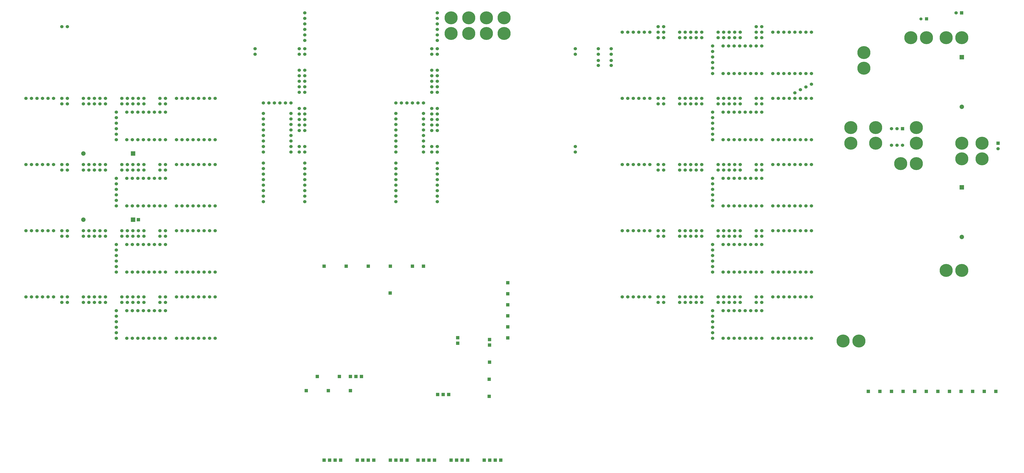
<source format=gbr>
G04 start of page 6 for group 4 idx 15 *
G04 Title: (unknown), exclude2 *
G04 Creator: pcb 4.2.0 *
G04 CreationDate: Thu Sep 17 11:09:15 2020 UTC *
G04 For: commonadmin *
G04 Format: Gerber/RS-274X *
G04 PCB-Dimensions (mil): 18000.00 11000.00 *
G04 PCB-Coordinate-Origin: lower left *
%MOIN*%
%FSLAX25Y25*%
%LNGROUP4*%
%ADD61C,0.0280*%
%ADD60C,0.0300*%
%ADD59C,0.0500*%
%ADD58C,0.1870*%
%ADD57C,0.0350*%
%ADD56C,0.0380*%
%ADD55C,0.0800*%
%ADD54C,0.0550*%
%ADD53C,0.0001*%
%ADD52C,0.2362*%
%ADD51C,0.0600*%
G54D51*X1367500Y975000D03*
X1377500D03*
X1387500D03*
X1397500D03*
X1407500D03*
X1417500D03*
X1427500D03*
X1437500D03*
G54D52*X1532500Y1012846D03*
Y984500D03*
G54D53*G36*
X1706000Y1008500D02*Y1000500D01*
X1714000D01*
Y1008500D01*
X1706000D01*
G37*
G54D51*X1367500Y1050000D03*
X1347500D03*
Y1040000D03*
X1377500Y1050000D03*
X1387500D03*
X1397500D03*
X1407500D03*
X1417500D03*
X1427500D03*
X1437500D03*
X1337500Y1040000D03*
Y1050000D03*
X1308500D03*
Y1040000D03*
G54D52*X1646000D03*
X1617654D03*
G54D51*X1219000D03*
X1209000Y1050000D03*
X1199000D03*
X1209000Y1040000D03*
X1199000D03*
X1170000D03*
X1160000D03*
X1170000Y1050000D03*
X1160000D03*
X1145000D03*
X1135000D03*
X1125000D03*
X1115000D03*
X1105000D03*
X1095000D03*
G54D52*X1709846Y1040000D03*
X1681500D03*
G54D53*G36*
X1706500Y1088000D02*Y1082000D01*
X1712500D01*
Y1088000D01*
X1706500D01*
G37*
G54D51*X1699500Y1085000D03*
G54D53*G36*
X1643250Y1076750D02*Y1071250D01*
X1648750D01*
Y1076750D01*
X1643250D01*
G37*
G54D54*X1636000Y1074000D03*
G54D51*X1277500Y975000D03*
X1287500D03*
X1297500D03*
X1307500D03*
X1317500D03*
X1327500D03*
X1337500D03*
X1347500D03*
X1258500D03*
Y985000D03*
Y995000D03*
Y1005000D03*
Y1015000D03*
Y1025000D03*
X1277500D03*
X1287500D03*
X1297500D03*
X1307500D03*
X1317500D03*
X1327500D03*
X1337500D03*
X1347500D03*
X1298500Y1050000D03*
X1288500D03*
X1278500D03*
X1268500D03*
X1298500Y1040000D03*
X1288500D03*
X1278500D03*
X1268500D03*
X1239000D03*
X1229000D03*
X1239000Y1050000D03*
X1229000D03*
X1219000D03*
X287500Y495000D03*
X297500D03*
X307500D03*
X317500D03*
X327500D03*
X337500D03*
X347500D03*
X357500D03*
X197500D03*
X207500D03*
X217500D03*
X227500D03*
X237500D03*
X247500D03*
X257500D03*
X267500D03*
X178500D03*
Y505000D03*
Y515000D03*
Y525000D03*
Y535000D03*
Y545000D03*
X197500D03*
X207500D03*
X217500D03*
X227500D03*
X237500D03*
X247500D03*
X257500D03*
X267500D03*
X287500Y570000D03*
X267500D03*
Y560000D03*
X297500Y570000D03*
X307500D03*
X317500D03*
X327500D03*
X337500D03*
X347500D03*
X357500D03*
X257500Y560000D03*
Y570000D03*
X228500D03*
Y560000D03*
G54D53*G36*
X592000Y628500D02*Y622500D01*
X598000D01*
Y628500D01*
X592000D01*
G37*
G36*
X552000D02*Y622500D01*
X558000D01*
Y628500D01*
X552000D01*
G37*
G54D51*X218500Y570000D03*
X208500D03*
X198500D03*
X188500D03*
X218500Y560000D03*
X208500D03*
X198500D03*
X188500D03*
X159000D03*
X149000D03*
X159000Y570000D03*
X149000D03*
X139000D03*
Y560000D03*
X129000Y570000D03*
X119000D03*
X129000Y560000D03*
X119000D03*
X90000D03*
X80000D03*
X90000Y570000D03*
X80000D03*
X65000D03*
X55000D03*
X45000D03*
X35000D03*
X25000D03*
X15000D03*
X197500Y615000D03*
X207500D03*
X217500D03*
X227500D03*
X237500D03*
X247500D03*
X257500D03*
X267500D03*
X178500D03*
Y625000D03*
Y635000D03*
Y645000D03*
Y655000D03*
Y665000D03*
X197500D03*
X207500D03*
X217500D03*
X227500D03*
X237500D03*
X247500D03*
X257500D03*
X267500D03*
X218500Y690000D03*
Y680000D03*
X208500D03*
X198500D03*
X188500D03*
X208500Y690000D03*
X198500D03*
X188500D03*
X159000D03*
X149000D03*
X139000D03*
G54D55*X119000Y710000D03*
G54D53*G36*
X215500Y713000D02*Y707000D01*
X221500D01*
Y713000D01*
X215500D01*
G37*
G54D51*X159000Y680000D03*
X149000D03*
X139000D03*
X129000Y690000D03*
X119000D03*
X129000Y680000D03*
X119000D03*
X90000D03*
X80000D03*
X90000Y690000D03*
X80000D03*
X65000D03*
X55000D03*
X45000D03*
X35000D03*
X25000D03*
X15000D03*
X287500Y855000D03*
Y930000D03*
X297500D03*
X307500D03*
X317500D03*
X327500D03*
X337500D03*
X347500D03*
X357500D03*
X297500Y855000D03*
X307500D03*
X317500D03*
X327500D03*
X337500D03*
X347500D03*
X357500D03*
X317500Y810000D03*
X327500D03*
X337500D03*
X347500D03*
X357500D03*
X287500D03*
X297500D03*
X307500D03*
X228500D03*
X218500D03*
X208500D03*
X267500D03*
Y800000D03*
X257500D03*
Y810000D03*
X228500Y800000D03*
X218500D03*
X208500D03*
G54D53*G36*
X205000Y834000D02*Y826000D01*
X213000D01*
Y834000D01*
X205000D01*
G37*
G54D51*X198500Y810000D03*
Y800000D03*
X188500D03*
Y810000D03*
X159000D03*
X149000D03*
X139000D03*
X129000D03*
X119000D03*
X159000Y800000D03*
X149000D03*
X139000D03*
X129000D03*
X119000D03*
X197500Y855000D03*
X207500D03*
X217500D03*
X227500D03*
X237500D03*
X247500D03*
X257500D03*
X267500D03*
X178500D03*
Y865000D03*
Y875000D03*
Y885000D03*
Y895000D03*
Y905000D03*
X197500D03*
X207500D03*
X217500D03*
X227500D03*
X237500D03*
X247500D03*
X257500D03*
X267500D03*
Y930000D03*
Y920000D03*
X257500D03*
Y930000D03*
X228500D03*
Y920000D03*
X218500Y930000D03*
Y920000D03*
X208500Y930000D03*
Y920000D03*
X198500Y930000D03*
X188500D03*
X198500Y920000D03*
X188500D03*
X159000D03*
X149000D03*
X139000D03*
X129000D03*
X159000Y930000D03*
X149000D03*
X139000D03*
X129000D03*
X119000D03*
Y920000D03*
X90000Y930000D03*
X80000D03*
X65000D03*
X90000Y920000D03*
X80000D03*
X55000Y930000D03*
X45000D03*
X35000D03*
X25000D03*
X15000D03*
X317500Y615000D03*
X327500D03*
X337500D03*
X347500D03*
X287500D03*
X297500D03*
X307500D03*
X357500D03*
X307500Y690000D03*
X317500D03*
X327500D03*
X337500D03*
X347500D03*
X357500D03*
X287500D03*
X267500D03*
Y680000D03*
X297500Y690000D03*
X287500Y735000D03*
X297500D03*
X307500D03*
X317500D03*
X327500D03*
X337500D03*
X347500D03*
X357500D03*
X267500D03*
X257500Y680000D03*
Y690000D03*
X228500D03*
Y680000D03*
X257500Y735000D03*
G54D53*G36*
X205000Y714000D02*Y706000D01*
X213000D01*
Y714000D01*
X205000D01*
G37*
G54D51*X197500Y735000D03*
X207500D03*
X217500D03*
X227500D03*
X237500D03*
X247500D03*
X178500D03*
Y745000D03*
Y755000D03*
Y765000D03*
Y775000D03*
Y785000D03*
X197500D03*
X207500D03*
X217500D03*
X227500D03*
X237500D03*
X247500D03*
X257500D03*
X267500D03*
X90000Y810000D03*
X80000D03*
X65000D03*
X90000Y800000D03*
X80000D03*
X55000Y810000D03*
X45000D03*
X35000D03*
X25000D03*
X15000D03*
G54D55*X119000Y830000D03*
G54D51*X445000Y812500D03*
X520000D03*
X445000Y802500D03*
Y792500D03*
Y782500D03*
Y772500D03*
Y762500D03*
Y752500D03*
Y742500D03*
X520000Y802500D03*
Y792500D03*
Y782500D03*
Y772500D03*
Y762500D03*
Y752500D03*
Y742500D03*
Y832500D03*
X510000D03*
Y842500D03*
X520000D03*
X445000Y902500D03*
Y921500D03*
X455000D03*
X445000Y892500D03*
X465000Y921500D03*
X475000D03*
X485000D03*
X495000D03*
Y902500D03*
X445000Y882500D03*
Y872500D03*
Y862500D03*
Y852500D03*
Y842500D03*
Y832500D03*
X495000Y862500D03*
Y852500D03*
Y842500D03*
Y832500D03*
Y892500D03*
Y882500D03*
Y872500D03*
X520000Y871500D03*
X510000D03*
Y881500D03*
Y891500D03*
Y901500D03*
X520000Y881500D03*
Y891500D03*
Y901500D03*
Y911500D03*
Y941000D03*
Y951000D03*
X510000Y911500D03*
Y941000D03*
Y951000D03*
X520000Y961000D03*
Y971000D03*
Y981000D03*
Y1010000D03*
X510000Y961000D03*
Y971000D03*
Y981000D03*
Y1010000D03*
Y1020000D03*
X520000D03*
Y1035000D03*
Y1045000D03*
Y1055000D03*
Y1065000D03*
Y1075000D03*
Y1085000D03*
X1367500Y735000D03*
Y810000D03*
X1377500D03*
X1387500D03*
X1397500D03*
X1407500D03*
X1417500D03*
X1427500D03*
X1437500D03*
X1377500Y735000D03*
X1387500D03*
X1397500D03*
X1407500D03*
X1417500D03*
X1427500D03*
X1437500D03*
X1397500Y690000D03*
X1407500D03*
X1417500D03*
X1427500D03*
X1437500D03*
X1367500Y495000D03*
X1377500D03*
X1387500D03*
X1397500D03*
X1407500D03*
X1417500D03*
X1427500D03*
X1437500D03*
X1367500Y570000D03*
X1377500D03*
X1387500D03*
X1397500D03*
X1407500D03*
X1417500D03*
X1427500D03*
X1437500D03*
G54D52*X1495000Y490000D03*
X1523346D03*
G54D53*G36*
X1537500Y401500D02*Y395500D01*
X1543500D01*
Y401500D01*
X1537500D01*
G37*
G36*
X1558500D02*Y395500D01*
X1564500D01*
Y401500D01*
X1558500D01*
G37*
G36*
X1579500D02*Y395500D01*
X1585500D01*
Y401500D01*
X1579500D01*
G37*
G36*
X1600500D02*Y395500D01*
X1606500D01*
Y401500D01*
X1600500D01*
G37*
G36*
X1621500D02*Y395500D01*
X1627500D01*
Y401500D01*
X1621500D01*
G37*
G36*
X1642500D02*Y395500D01*
X1648500D01*
Y401500D01*
X1642500D01*
G37*
G36*
X1663500D02*Y395500D01*
X1669500D01*
Y401500D01*
X1663500D01*
G37*
G36*
X1684500D02*Y395500D01*
X1690500D01*
Y401500D01*
X1684500D01*
G37*
G36*
X1705500D02*Y395500D01*
X1711500D01*
Y401500D01*
X1705500D01*
G37*
G36*
X1726500D02*Y395500D01*
X1732500D01*
Y401500D01*
X1726500D01*
G37*
G36*
X1747500D02*Y395500D01*
X1753500D01*
Y401500D01*
X1747500D01*
G37*
G36*
X1768500D02*Y395500D01*
X1774500D01*
Y401500D01*
X1768500D01*
G37*
G54D51*X1278500Y810000D03*
X1268500D03*
X1278500Y800000D03*
X1268500D03*
X1239000D03*
X1229000D03*
X1219000D03*
X1209000D03*
X1239000Y810000D03*
X1229000D03*
X1219000D03*
X1209000D03*
X1199000D03*
Y800000D03*
X1170000Y810000D03*
X1160000D03*
X1145000D03*
X1170000Y800000D03*
X1160000D03*
X1135000Y810000D03*
X1125000D03*
X1115000D03*
X1105000D03*
X1095000D03*
X1367500Y615000D03*
X1377500D03*
X1387500D03*
X1397500D03*
X1407500D03*
X1417500D03*
X1427500D03*
X1437500D03*
X1297500D03*
X1307500D03*
X1317500D03*
X1327500D03*
X1337500D03*
X1347500D03*
X1277500D03*
X1258500D03*
Y625000D03*
Y635000D03*
Y645000D03*
Y655000D03*
Y665000D03*
X1287500D03*
X1297500D03*
X1307500D03*
X1317500D03*
X1327500D03*
X1337500D03*
X1347500D03*
X1287500Y615000D03*
X1277500Y735000D03*
X1287500D03*
X1297500D03*
X1307500D03*
X1317500D03*
X1327500D03*
X1337500D03*
X1347500D03*
X1258500D03*
Y745000D03*
Y755000D03*
Y765000D03*
Y775000D03*
Y785000D03*
X1277500D03*
X1287500D03*
X1297500D03*
X1307500D03*
X1317500D03*
X1327500D03*
X1337500D03*
X1347500D03*
Y810000D03*
Y800000D03*
X1337500D03*
Y810000D03*
X1308500D03*
Y800000D03*
X1298500Y810000D03*
Y800000D03*
X1288500Y810000D03*
Y800000D03*
X1367500Y690000D03*
X1377500D03*
X1387500D03*
X1308500D03*
X1298500D03*
X1288500D03*
X1347500D03*
Y680000D03*
X1337500D03*
Y690000D03*
X1308500Y680000D03*
X1298500D03*
X1288500D03*
X1278500Y690000D03*
Y680000D03*
X1268500D03*
Y690000D03*
X1239000D03*
X1229000D03*
X1219000D03*
X1209000D03*
X1199000D03*
X1239000Y680000D03*
X1229000D03*
X1219000D03*
X1209000D03*
X1199000D03*
X1170000Y690000D03*
X1160000D03*
X1145000D03*
X1170000Y680000D03*
X1160000D03*
X1135000Y690000D03*
X1125000D03*
X1115000D03*
X1105000D03*
X1095000D03*
X1287500Y495000D03*
X1297500D03*
X1307500D03*
X1317500D03*
X1327500D03*
X1337500D03*
X1277500Y665000D03*
Y495000D03*
Y545000D03*
X1258500Y525000D03*
Y535000D03*
Y545000D03*
X1287500D03*
X1297500D03*
X1307500D03*
X1317500D03*
X1278500Y560000D03*
X1268500Y570000D03*
Y560000D03*
X1258500Y495000D03*
Y505000D03*
Y515000D03*
X1347500Y495000D03*
G54D53*G36*
X884500Y518500D02*Y512500D01*
X890500D01*
Y518500D01*
X884500D01*
G37*
G36*
X851500Y485500D02*Y479500D01*
X857500D01*
Y485500D01*
X851500D01*
G37*
G36*
Y495500D02*Y489500D01*
X857500D01*
Y495500D01*
X851500D01*
G37*
G36*
Y454500D02*Y448500D01*
X857500D01*
Y454500D01*
X851500D01*
G37*
G36*
X884500Y498500D02*Y492500D01*
X890500D01*
Y498500D01*
X884500D01*
G37*
G36*
X794000Y499000D02*Y493000D01*
X800000D01*
Y499000D01*
X794000D01*
G37*
G36*
Y489000D02*Y483000D01*
X800000D01*
Y489000D01*
X794000D01*
G37*
G54D51*X1327500Y545000D03*
X1337500D03*
X1347500D03*
Y570000D03*
Y560000D03*
X1337500D03*
Y570000D03*
X1308500D03*
Y560000D03*
X1298500Y570000D03*
Y560000D03*
X1288500Y570000D03*
Y560000D03*
X1278500Y570000D03*
X1239000D03*
Y560000D03*
X1229000Y570000D03*
Y560000D03*
X1219000Y570000D03*
Y560000D03*
X1209000Y570000D03*
Y560000D03*
X1199000D03*
Y570000D03*
X1170000D03*
Y560000D03*
X1160000D03*
Y570000D03*
X1145000D03*
X1135000D03*
X1125000D03*
X1115000D03*
X1105000D03*
X1095000D03*
G54D53*G36*
X884500Y598500D02*Y592500D01*
X890500D01*
Y598500D01*
X884500D01*
G37*
G36*
X712000Y628500D02*Y622500D01*
X718000D01*
Y628500D01*
X712000D01*
G37*
G36*
X732000D02*Y622500D01*
X738000D01*
Y628500D01*
X732000D01*
G37*
G36*
X672000D02*Y622500D01*
X678000D01*
Y628500D01*
X672000D01*
G37*
G36*
X632000D02*Y622500D01*
X638000D01*
Y628500D01*
X632000D01*
G37*
G36*
X671500Y580000D02*Y574000D01*
X677500D01*
Y580000D01*
X671500D01*
G37*
G36*
X884500Y578500D02*Y572500D01*
X890500D01*
Y578500D01*
X884500D01*
G37*
G36*
Y538500D02*Y532500D01*
X890500D01*
Y538500D01*
X884500D01*
G37*
G36*
Y558500D02*Y552500D01*
X890500D01*
Y558500D01*
X884500D01*
G37*
G36*
X872000Y277000D02*Y271000D01*
X878000D01*
Y277000D01*
X872000D01*
G37*
G36*
X862000D02*Y271000D01*
X868000D01*
Y277000D01*
X862000D01*
G37*
G36*
X852000D02*Y271000D01*
X858000D01*
Y277000D01*
X852000D01*
G37*
G36*
X842000D02*Y271000D01*
X848000D01*
Y277000D01*
X842000D01*
G37*
G36*
X812000D02*Y271000D01*
X818000D01*
Y277000D01*
X812000D01*
G37*
G36*
X802000D02*Y271000D01*
X808000D01*
Y277000D01*
X802000D01*
G37*
G36*
X792000D02*Y271000D01*
X798000D01*
Y277000D01*
X792000D01*
G37*
G36*
X782000D02*Y271000D01*
X788000D01*
Y277000D01*
X782000D01*
G37*
G36*
X851000Y423500D02*Y417500D01*
X857000D01*
Y423500D01*
X851000D01*
G37*
G36*
Y392500D02*Y386500D01*
X857000D01*
Y392500D01*
X851000D01*
G37*
G36*
X777500Y396000D02*Y390000D01*
X783500D01*
Y396000D01*
X777500D01*
G37*
G36*
X767500D02*Y390000D01*
X773500D01*
Y396000D01*
X767500D01*
G37*
G36*
X757500D02*Y390000D01*
X763500D01*
Y396000D01*
X757500D01*
G37*
G36*
X599500Y403000D02*Y397000D01*
X605500D01*
Y403000D01*
X599500D01*
G37*
G36*
X559500D02*Y397000D01*
X565500D01*
Y403000D01*
X559500D01*
G37*
G36*
X519500D02*Y397000D01*
X525500D01*
Y403000D01*
X519500D01*
G37*
G36*
X539500Y428500D02*Y422500D01*
X545500D01*
Y428500D01*
X539500D01*
G37*
G36*
X579500D02*Y422500D01*
X585500D01*
Y428500D01*
X579500D01*
G37*
G36*
X599500D02*Y422500D01*
X605500D01*
Y428500D01*
X599500D01*
G37*
G36*
X609500D02*Y422500D01*
X615500D01*
Y428500D01*
X609500D01*
G37*
G36*
X619500D02*Y422500D01*
X625500D01*
Y428500D01*
X619500D01*
G37*
G36*
X582000Y277000D02*Y271000D01*
X588000D01*
Y277000D01*
X582000D01*
G37*
G36*
X572000D02*Y271000D01*
X578000D01*
Y277000D01*
X572000D01*
G37*
G36*
X562000D02*Y271000D01*
X568000D01*
Y277000D01*
X562000D01*
G37*
G36*
X552000D02*Y271000D01*
X558000D01*
Y277000D01*
X552000D01*
G37*
G36*
X642000D02*Y271000D01*
X648000D01*
Y277000D01*
X642000D01*
G37*
G36*
X632000D02*Y271000D01*
X638000D01*
Y277000D01*
X632000D01*
G37*
G36*
X622000D02*Y271000D01*
X628000D01*
Y277000D01*
X622000D01*
G37*
G36*
X612000D02*Y271000D01*
X618000D01*
Y277000D01*
X612000D01*
G37*
G36*
X702000D02*Y271000D01*
X708000D01*
Y277000D01*
X702000D01*
G37*
G36*
X692000D02*Y271000D01*
X698000D01*
Y277000D01*
X692000D01*
G37*
G36*
X682000D02*Y271000D01*
X688000D01*
Y277000D01*
X682000D01*
G37*
G36*
X672000D02*Y271000D01*
X678000D01*
Y277000D01*
X672000D01*
G37*
G36*
X732000D02*Y271000D01*
X738000D01*
Y277000D01*
X732000D01*
G37*
G36*
X752000D02*Y271000D01*
X758000D01*
Y277000D01*
X752000D01*
G37*
G36*
X742000D02*Y271000D01*
X748000D01*
Y277000D01*
X742000D01*
G37*
G36*
X722000D02*Y271000D01*
X728000D01*
Y277000D01*
X722000D01*
G37*
G54D52*X881000Y1075846D03*
Y1047500D03*
X849000Y1075846D03*
Y1047500D03*
X817000Y1075846D03*
Y1047500D03*
X785000Y1075846D03*
Y1047500D03*
G54D51*X760000Y1085000D03*
Y1075000D03*
Y1065000D03*
Y1055000D03*
Y1045000D03*
Y1035000D03*
Y1020000D03*
X750000D03*
Y1010000D03*
X760000D03*
X750000Y981000D03*
X760000D03*
X750000Y971000D03*
X760000D03*
X750000Y961000D03*
Y951000D03*
Y941000D03*
X760000Y961000D03*
Y951000D03*
Y941000D03*
Y911500D03*
Y901500D03*
Y891500D03*
Y742500D03*
Y752500D03*
Y762500D03*
Y772500D03*
Y782500D03*
Y792500D03*
Y802500D03*
Y812500D03*
Y881500D03*
Y871500D03*
Y842500D03*
Y832500D03*
X750000Y871500D03*
X735000Y852500D03*
Y862500D03*
X750000Y842500D03*
Y832500D03*
X735000D03*
Y842500D03*
Y872500D03*
X750000Y911500D03*
Y901500D03*
Y891500D03*
Y881500D03*
X735000Y882500D03*
Y892500D03*
Y902500D03*
Y921500D03*
X725000D03*
X715000D03*
X705000D03*
X695000D03*
X685000D03*
Y882500D03*
Y892500D03*
Y902500D03*
Y832500D03*
Y842500D03*
Y852500D03*
Y862500D03*
Y872500D03*
Y742500D03*
Y752500D03*
Y762500D03*
Y772500D03*
Y782500D03*
Y792500D03*
Y802500D03*
Y812500D03*
X1367500Y855000D03*
Y930000D03*
X1377500Y855000D03*
X1387500D03*
X1397500D03*
X1407500D03*
X1417500D03*
X1427500D03*
X1437500D03*
X1377500Y930000D03*
X1387500D03*
X1397500D03*
X1407500D03*
X1417500D03*
X1427500D03*
X1437500D03*
X1277500Y855000D03*
X1287500D03*
X1297500D03*
X1307500D03*
X1317500D03*
X1327500D03*
X1337500D03*
X1347500D03*
X1258500D03*
Y865000D03*
Y875000D03*
Y885000D03*
Y895000D03*
Y905000D03*
X1277500D03*
X1287500D03*
X1297500D03*
X1307500D03*
X1317500D03*
X1327500D03*
X1337500D03*
X1347500D03*
X1278500Y930000D03*
X1268500D03*
X1278500Y920000D03*
X1268500D03*
X1239000D03*
X1229000D03*
X1219000D03*
X1209000D03*
X1239000Y930000D03*
X1229000D03*
X1219000D03*
X1209000D03*
X1199000D03*
Y920000D03*
X1170000Y930000D03*
X1160000D03*
X1145000D03*
X1170000Y920000D03*
X1160000D03*
X1135000Y930000D03*
X1125000D03*
X1115000D03*
X1105000D03*
X1095000D03*
G54D52*X1746500Y848500D03*
G54D53*G36*
X1772500Y851500D02*Y845500D01*
X1778500D01*
Y851500D01*
X1772500D01*
G37*
G54D51*X1775500Y838500D03*
G54D52*X1746500Y820154D03*
X1710000Y848500D03*
Y820154D03*
G54D53*G36*
X1706000Y772500D02*Y764500D01*
X1714000D01*
Y772500D01*
X1706000D01*
G37*
G54D55*X1710000Y678500D03*
G54D52*Y618000D03*
X1681654D03*
X1554000Y848654D03*
G54D51*X1582500Y845000D03*
X1592500D03*
X1602500D03*
G54D52*X1627500Y848654D03*
X1599154Y811654D03*
X1627500D03*
G54D51*X1347500Y930000D03*
Y920000D03*
X1337500D03*
Y930000D03*
X1308500D03*
Y920000D03*
X1298500Y930000D03*
Y920000D03*
X1288500Y930000D03*
Y920000D03*
G54D55*X1710000Y914500D03*
G54D52*X1554000Y877000D03*
G54D53*G36*
X1599500Y878000D02*Y872000D01*
X1605500D01*
Y878000D01*
X1599500D01*
G37*
G54D51*X1592500Y875000D03*
X1582500D03*
G54D52*X1627500Y877000D03*
X1509000D03*
Y848654D03*
G54D51*X1075000Y1020000D03*
Y1010000D03*
X1051500D03*
Y1020000D03*
X1160000Y1060000D03*
X1170000D03*
X1337500D03*
X1347500D03*
X80000D03*
X90000D03*
X1010000Y1020000D03*
X430000D03*
Y1010000D03*
X1010000D03*
Y842500D03*
Y832500D03*
X1075000Y998500D03*
X1051500D03*
X1075000Y989500D03*
X1051500D03*
X1407500Y940000D03*
X1417500Y945500D03*
X1427500Y950500D03*
X1437500Y955500D03*
G54D56*G54D57*G54D56*G54D58*G54D59*G54D56*G54D58*G54D56*G54D58*G54D56*G54D60*G54D56*G54D59*G54D56*G54D59*G54D56*G54D59*G54D56*G54D59*G54D56*G54D58*G54D56*G54D58*G54D56*G54D58*G54D56*G54D58*G54D59*G54D58*G54D61*G54D58*G54D56*G54D59*G54D58*G54D61*G54D58*M02*

</source>
